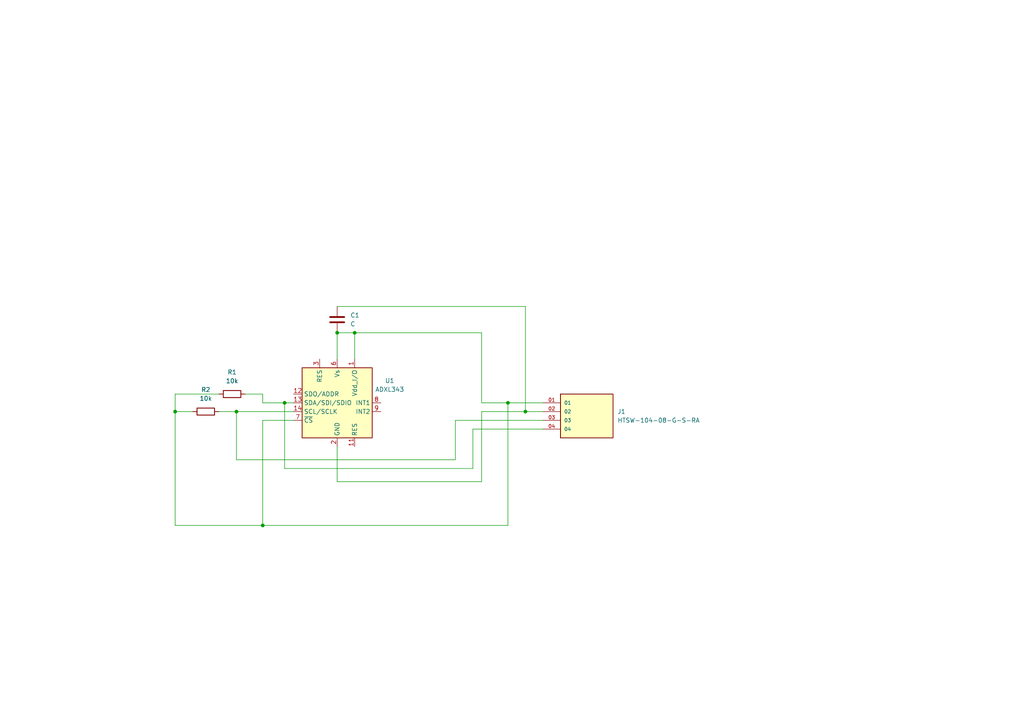
<source format=kicad_sch>
(kicad_sch
	(version 20250114)
	(generator "eeschema")
	(generator_version "9.0")
	(uuid "90987063-1437-4949-8a30-32318a8fce91")
	(paper "A4")
	(lib_symbols
		(symbol "Device:C"
			(pin_numbers
				(hide yes)
			)
			(pin_names
				(offset 0.254)
			)
			(exclude_from_sim no)
			(in_bom yes)
			(on_board yes)
			(property "Reference" "C"
				(at 0.635 2.54 0)
				(effects
					(font
						(size 1.27 1.27)
					)
					(justify left)
				)
			)
			(property "Value" "C"
				(at 0.635 -2.54 0)
				(effects
					(font
						(size 1.27 1.27)
					)
					(justify left)
				)
			)
			(property "Footprint" ""
				(at 0.9652 -3.81 0)
				(effects
					(font
						(size 1.27 1.27)
					)
					(hide yes)
				)
			)
			(property "Datasheet" "~"
				(at 0 0 0)
				(effects
					(font
						(size 1.27 1.27)
					)
					(hide yes)
				)
			)
			(property "Description" "Unpolarized capacitor"
				(at 0 0 0)
				(effects
					(font
						(size 1.27 1.27)
					)
					(hide yes)
				)
			)
			(property "ki_keywords" "cap capacitor"
				(at 0 0 0)
				(effects
					(font
						(size 1.27 1.27)
					)
					(hide yes)
				)
			)
			(property "ki_fp_filters" "C_*"
				(at 0 0 0)
				(effects
					(font
						(size 1.27 1.27)
					)
					(hide yes)
				)
			)
			(symbol "C_0_1"
				(polyline
					(pts
						(xy -2.032 0.762) (xy 2.032 0.762)
					)
					(stroke
						(width 0.508)
						(type default)
					)
					(fill
						(type none)
					)
				)
				(polyline
					(pts
						(xy -2.032 -0.762) (xy 2.032 -0.762)
					)
					(stroke
						(width 0.508)
						(type default)
					)
					(fill
						(type none)
					)
				)
			)
			(symbol "C_1_1"
				(pin passive line
					(at 0 3.81 270)
					(length 2.794)
					(name "~"
						(effects
							(font
								(size 1.27 1.27)
							)
						)
					)
					(number "1"
						(effects
							(font
								(size 1.27 1.27)
							)
						)
					)
				)
				(pin passive line
					(at 0 -3.81 90)
					(length 2.794)
					(name "~"
						(effects
							(font
								(size 1.27 1.27)
							)
						)
					)
					(number "2"
						(effects
							(font
								(size 1.27 1.27)
							)
						)
					)
				)
			)
			(embedded_fonts no)
		)
		(symbol "Device:R"
			(pin_numbers
				(hide yes)
			)
			(pin_names
				(offset 0)
			)
			(exclude_from_sim no)
			(in_bom yes)
			(on_board yes)
			(property "Reference" "R"
				(at 2.032 0 90)
				(effects
					(font
						(size 1.27 1.27)
					)
				)
			)
			(property "Value" "R"
				(at 0 0 90)
				(effects
					(font
						(size 1.27 1.27)
					)
				)
			)
			(property "Footprint" ""
				(at -1.778 0 90)
				(effects
					(font
						(size 1.27 1.27)
					)
					(hide yes)
				)
			)
			(property "Datasheet" "~"
				(at 0 0 0)
				(effects
					(font
						(size 1.27 1.27)
					)
					(hide yes)
				)
			)
			(property "Description" "Resistor"
				(at 0 0 0)
				(effects
					(font
						(size 1.27 1.27)
					)
					(hide yes)
				)
			)
			(property "ki_keywords" "R res resistor"
				(at 0 0 0)
				(effects
					(font
						(size 1.27 1.27)
					)
					(hide yes)
				)
			)
			(property "ki_fp_filters" "R_*"
				(at 0 0 0)
				(effects
					(font
						(size 1.27 1.27)
					)
					(hide yes)
				)
			)
			(symbol "R_0_1"
				(rectangle
					(start -1.016 -2.54)
					(end 1.016 2.54)
					(stroke
						(width 0.254)
						(type default)
					)
					(fill
						(type none)
					)
				)
			)
			(symbol "R_1_1"
				(pin passive line
					(at 0 3.81 270)
					(length 1.27)
					(name "~"
						(effects
							(font
								(size 1.27 1.27)
							)
						)
					)
					(number "1"
						(effects
							(font
								(size 1.27 1.27)
							)
						)
					)
				)
				(pin passive line
					(at 0 -3.81 90)
					(length 1.27)
					(name "~"
						(effects
							(font
								(size 1.27 1.27)
							)
						)
					)
					(number "2"
						(effects
							(font
								(size 1.27 1.27)
							)
						)
					)
				)
			)
			(embedded_fonts no)
		)
		(symbol "HTSW-104-08-G-S-RA:HTSW-104-08-G-S-RA"
			(pin_names
				(offset 1.016)
			)
			(exclude_from_sim no)
			(in_bom yes)
			(on_board yes)
			(property "Reference" "J"
				(at -8.12 7.62 0)
				(effects
					(font
						(size 1.27 1.27)
					)
					(justify left bottom)
				)
			)
			(property "Value" "HTSW-104-08-G-S-RA"
				(at -7.62 -7.62 0)
				(effects
					(font
						(size 1.27 1.27)
					)
					(justify left bottom)
				)
			)
			(property "Footprint" "HTSW-104-08-G-S-RA:SAMTEC_HTSW-104-08-G-S-RA"
				(at 0 0 0)
				(effects
					(font
						(size 1.27 1.27)
					)
					(justify bottom)
					(hide yes)
				)
			)
			(property "Datasheet" ""
				(at 0 0 0)
				(effects
					(font
						(size 1.27 1.27)
					)
					(hide yes)
				)
			)
			(property "Description" ""
				(at 0 0 0)
				(effects
					(font
						(size 1.27 1.27)
					)
					(hide yes)
				)
			)
			(property "PARTREV" "R"
				(at 0 0 0)
				(effects
					(font
						(size 1.27 1.27)
					)
					(justify bottom)
					(hide yes)
				)
			)
			(property "STANDARD" "Manufacturer Recommendations"
				(at 0 0 0)
				(effects
					(font
						(size 1.27 1.27)
					)
					(justify bottom)
					(hide yes)
				)
			)
			(property "MANUFACTURER" "Samtec"
				(at 0 0 0)
				(effects
					(font
						(size 1.27 1.27)
					)
					(justify bottom)
					(hide yes)
				)
			)
			(symbol "HTSW-104-08-G-S-RA_0_0"
				(rectangle
					(start -7.62 -5.08)
					(end 7.62 7.62)
					(stroke
						(width 0.254)
						(type default)
					)
					(fill
						(type background)
					)
				)
				(pin passive line
					(at -12.7 5.08 0)
					(length 5.08)
					(name "01"
						(effects
							(font
								(size 1.016 1.016)
							)
						)
					)
					(number "01"
						(effects
							(font
								(size 1.016 1.016)
							)
						)
					)
				)
				(pin passive line
					(at -12.7 2.54 0)
					(length 5.08)
					(name "02"
						(effects
							(font
								(size 1.016 1.016)
							)
						)
					)
					(number "02"
						(effects
							(font
								(size 1.016 1.016)
							)
						)
					)
				)
				(pin passive line
					(at -12.7 0 0)
					(length 5.08)
					(name "03"
						(effects
							(font
								(size 1.016 1.016)
							)
						)
					)
					(number "03"
						(effects
							(font
								(size 1.016 1.016)
							)
						)
					)
				)
				(pin passive line
					(at -12.7 -2.54 0)
					(length 5.08)
					(name "04"
						(effects
							(font
								(size 1.016 1.016)
							)
						)
					)
					(number "04"
						(effects
							(font
								(size 1.016 1.016)
							)
						)
					)
				)
			)
			(embedded_fonts no)
		)
		(symbol "Sensor_Motion:ADXL343"
			(exclude_from_sim no)
			(in_bom yes)
			(on_board yes)
			(property "Reference" "U"
				(at -8.89 11.43 0)
				(effects
					(font
						(size 1.27 1.27)
					)
				)
			)
			(property "Value" "ADXL343"
				(at -7.62 -11.43 0)
				(effects
					(font
						(size 1.27 1.27)
					)
				)
			)
			(property "Footprint" "Package_LGA:LGA-14_3x5mm_P0.8mm_LayoutBorder1x6y"
				(at 0 0 0)
				(effects
					(font
						(size 1.27 1.27)
					)
					(hide yes)
				)
			)
			(property "Datasheet" "https://www.analog.com/media/en/technical-documentation/data-sheets/ADXL343.pdf"
				(at 0 0 0)
				(effects
					(font
						(size 1.27 1.27)
					)
					(hide yes)
				)
			)
			(property "Description" "3-Axis MEMS Accelerometer, 2/4/8/16g range, I2C/SPI, LGA-14"
				(at 0 0 0)
				(effects
					(font
						(size 1.27 1.27)
					)
					(hide yes)
				)
			)
			(property "ki_keywords" "3-axis accelerometer i2c spi mems"
				(at 0 0 0)
				(effects
					(font
						(size 1.27 1.27)
					)
					(hide yes)
				)
			)
			(property "ki_fp_filters" "*LGA*3x5mm*P0.8mm*"
				(at 0 0 0)
				(effects
					(font
						(size 1.27 1.27)
					)
					(hide yes)
				)
			)
			(symbol "ADXL343_0_1"
				(rectangle
					(start -10.16 10.16)
					(end 10.16 -10.16)
					(stroke
						(width 0.254)
						(type default)
					)
					(fill
						(type background)
					)
				)
			)
			(symbol "ADXL343_1_1"
				(pin bidirectional line
					(at -12.7 2.54 0)
					(length 2.54)
					(name "SDO/ADDR"
						(effects
							(font
								(size 1.27 1.27)
							)
						)
					)
					(number "12"
						(effects
							(font
								(size 1.27 1.27)
							)
						)
					)
				)
				(pin bidirectional line
					(at -12.7 0 0)
					(length 2.54)
					(name "SDA/SDI/SDIO"
						(effects
							(font
								(size 1.27 1.27)
							)
						)
					)
					(number "13"
						(effects
							(font
								(size 1.27 1.27)
							)
						)
					)
				)
				(pin input line
					(at -12.7 -2.54 0)
					(length 2.54)
					(name "SCL/SCLK"
						(effects
							(font
								(size 1.27 1.27)
							)
						)
					)
					(number "14"
						(effects
							(font
								(size 1.27 1.27)
							)
						)
					)
				)
				(pin input line
					(at -12.7 -5.08 0)
					(length 2.54)
					(name "~{CS}"
						(effects
							(font
								(size 1.27 1.27)
							)
						)
					)
					(number "7"
						(effects
							(font
								(size 1.27 1.27)
							)
						)
					)
				)
				(pin passive line
					(at -5.08 12.7 270)
					(length 2.54)
					(name "RES"
						(effects
							(font
								(size 1.27 1.27)
							)
						)
					)
					(number "3"
						(effects
							(font
								(size 1.27 1.27)
							)
						)
					)
				)
				(pin no_connect line
					(at -5.08 -10.16 90)
					(length 2.54)
					(hide yes)
					(name "NC"
						(effects
							(font
								(size 1.27 1.27)
							)
						)
					)
					(number "10"
						(effects
							(font
								(size 1.27 1.27)
							)
						)
					)
				)
				(pin power_in line
					(at 0 12.7 270)
					(length 2.54)
					(name "Vs"
						(effects
							(font
								(size 1.27 1.27)
							)
						)
					)
					(number "6"
						(effects
							(font
								(size 1.27 1.27)
							)
						)
					)
				)
				(pin power_in line
					(at 0 -12.7 90)
					(length 2.54)
					(name "GND"
						(effects
							(font
								(size 1.27 1.27)
							)
						)
					)
					(number "2"
						(effects
							(font
								(size 1.27 1.27)
							)
						)
					)
				)
				(pin passive line
					(at 0 -12.7 90)
					(length 2.54)
					(hide yes)
					(name "GND"
						(effects
							(font
								(size 1.27 1.27)
							)
						)
					)
					(number "4"
						(effects
							(font
								(size 1.27 1.27)
							)
						)
					)
				)
				(pin passive line
					(at 0 -12.7 90)
					(length 2.54)
					(hide yes)
					(name "GND"
						(effects
							(font
								(size 1.27 1.27)
							)
						)
					)
					(number "5"
						(effects
							(font
								(size 1.27 1.27)
							)
						)
					)
				)
				(pin power_in line
					(at 5.08 12.7 270)
					(length 2.54)
					(name "Vdd_I/O"
						(effects
							(font
								(size 1.27 1.27)
							)
						)
					)
					(number "1"
						(effects
							(font
								(size 1.27 1.27)
							)
						)
					)
				)
				(pin passive line
					(at 5.08 -12.7 90)
					(length 2.54)
					(name "RES"
						(effects
							(font
								(size 1.27 1.27)
							)
						)
					)
					(number "11"
						(effects
							(font
								(size 1.27 1.27)
							)
						)
					)
				)
				(pin output line
					(at 12.7 0 180)
					(length 2.54)
					(name "INT1"
						(effects
							(font
								(size 1.27 1.27)
							)
						)
					)
					(number "8"
						(effects
							(font
								(size 1.27 1.27)
							)
						)
					)
				)
				(pin output line
					(at 12.7 -2.54 180)
					(length 2.54)
					(name "INT2"
						(effects
							(font
								(size 1.27 1.27)
							)
						)
					)
					(number "9"
						(effects
							(font
								(size 1.27 1.27)
							)
						)
					)
				)
			)
			(embedded_fonts no)
		)
	)
	(junction
		(at 82.55 116.84)
		(diameter 0)
		(color 0 0 0 0)
		(uuid "1b8edef8-a48a-49fc-ba75-77c86922d97d")
	)
	(junction
		(at 152.4 119.38)
		(diameter 0)
		(color 0 0 0 0)
		(uuid "1ee472ed-af0e-49f8-9d99-34c9fe3c9c79")
	)
	(junction
		(at 76.2 152.4)
		(diameter 0)
		(color 0 0 0 0)
		(uuid "3569d6af-ff2b-4d47-8a8e-265a0c91e4e2")
	)
	(junction
		(at 102.87 96.52)
		(diameter 0)
		(color 0 0 0 0)
		(uuid "4c2bb433-593e-4b2b-9ab2-280813470a2f")
	)
	(junction
		(at 68.58 119.38)
		(diameter 0)
		(color 0 0 0 0)
		(uuid "648f11d3-df38-41aa-b000-7ead8b145504")
	)
	(junction
		(at 97.79 96.52)
		(diameter 0)
		(color 0 0 0 0)
		(uuid "77ee1fad-dc92-4129-9252-f55777a6afcc")
	)
	(junction
		(at 50.8 119.38)
		(diameter 0)
		(color 0 0 0 0)
		(uuid "7aa28f2c-cca3-4994-a7e7-1633606c4c13")
	)
	(junction
		(at 147.32 116.84)
		(diameter 0)
		(color 0 0 0 0)
		(uuid "88f91f3b-0d2d-45ed-85bf-b48df71240d7")
	)
	(wire
		(pts
			(xy 76.2 114.3) (xy 71.12 114.3)
		)
		(stroke
			(width 0)
			(type default)
		)
		(uuid "02ba9dc4-a948-4c9e-853f-9fa4299b32fb")
	)
	(wire
		(pts
			(xy 76.2 152.4) (xy 147.32 152.4)
		)
		(stroke
			(width 0)
			(type default)
		)
		(uuid "053329d6-5844-47c7-a448-828f19b0f204")
	)
	(wire
		(pts
			(xy 82.55 116.84) (xy 76.2 116.84)
		)
		(stroke
			(width 0)
			(type default)
		)
		(uuid "0c954f77-96c3-4e28-83ef-454d7a21fd1d")
	)
	(wire
		(pts
			(xy 97.79 129.54) (xy 97.79 139.7)
		)
		(stroke
			(width 0)
			(type default)
		)
		(uuid "115cd13f-f328-42ba-965e-7d96407a621f")
	)
	(wire
		(pts
			(xy 157.48 119.38) (xy 152.4 119.38)
		)
		(stroke
			(width 0)
			(type default)
		)
		(uuid "13222e1d-a3d0-4bf7-93c5-e5bb496cd868")
	)
	(wire
		(pts
			(xy 50.8 119.38) (xy 50.8 114.3)
		)
		(stroke
			(width 0)
			(type default)
		)
		(uuid "1ac6b42e-e3c5-4fc3-a34d-afab4f290f7d")
	)
	(wire
		(pts
			(xy 85.09 121.92) (xy 76.2 121.92)
		)
		(stroke
			(width 0)
			(type default)
		)
		(uuid "1d4fa0b7-122c-474f-893e-1fb0fc8e774a")
	)
	(wire
		(pts
			(xy 68.58 119.38) (xy 85.09 119.38)
		)
		(stroke
			(width 0)
			(type default)
		)
		(uuid "2761b573-c6d6-4c45-a08b-a729a17c41a3")
	)
	(wire
		(pts
			(xy 50.8 152.4) (xy 50.8 119.38)
		)
		(stroke
			(width 0)
			(type default)
		)
		(uuid "2e3e97d2-ca85-4b8a-830c-c86f6c5bb54b")
	)
	(wire
		(pts
			(xy 97.79 88.9) (xy 152.4 88.9)
		)
		(stroke
			(width 0)
			(type default)
		)
		(uuid "3a4af7ac-5514-455b-ba62-b7f8dd5560f5")
	)
	(wire
		(pts
			(xy 82.55 116.84) (xy 82.55 135.89)
		)
		(stroke
			(width 0)
			(type default)
		)
		(uuid "432efb11-1673-4793-8bee-86122af0a111")
	)
	(wire
		(pts
			(xy 76.2 121.92) (xy 76.2 152.4)
		)
		(stroke
			(width 0)
			(type default)
		)
		(uuid "546cd4c8-a902-4b2f-ad23-033e189d70cf")
	)
	(wire
		(pts
			(xy 50.8 114.3) (xy 63.5 114.3)
		)
		(stroke
			(width 0)
			(type default)
		)
		(uuid "556f4573-1a4f-4ed1-ac67-cc092a0e97ad")
	)
	(wire
		(pts
			(xy 68.58 119.38) (xy 68.58 133.35)
		)
		(stroke
			(width 0)
			(type default)
		)
		(uuid "5a199aa0-0c18-4fc9-b6e9-b3b114435a09")
	)
	(wire
		(pts
			(xy 152.4 88.9) (xy 152.4 119.38)
		)
		(stroke
			(width 0)
			(type default)
		)
		(uuid "5d17a139-0cec-4740-9970-ca7ed7580b05")
	)
	(wire
		(pts
			(xy 50.8 119.38) (xy 55.88 119.38)
		)
		(stroke
			(width 0)
			(type default)
		)
		(uuid "5d2caab0-4c23-435c-a3fa-6442e22d9616")
	)
	(wire
		(pts
			(xy 97.79 96.52) (xy 97.79 104.14)
		)
		(stroke
			(width 0)
			(type default)
		)
		(uuid "5e73be2a-c2d3-4041-8973-e88f61b1997c")
	)
	(wire
		(pts
			(xy 147.32 116.84) (xy 139.7 116.84)
		)
		(stroke
			(width 0)
			(type default)
		)
		(uuid "7aa9cc9f-e6ad-4774-9d71-2b0cf41165f9")
	)
	(wire
		(pts
			(xy 137.16 124.46) (xy 157.48 124.46)
		)
		(stroke
			(width 0)
			(type default)
		)
		(uuid "7c250e60-cc12-4b43-91a7-24fc68059e51")
	)
	(wire
		(pts
			(xy 139.7 119.38) (xy 139.7 139.7)
		)
		(stroke
			(width 0)
			(type default)
		)
		(uuid "809f43a7-052d-4958-a727-2cdfcbcb8d8a")
	)
	(wire
		(pts
			(xy 82.55 135.89) (xy 137.16 135.89)
		)
		(stroke
			(width 0)
			(type default)
		)
		(uuid "84dfcef9-58b9-4ea3-a51a-6900d4f2bb13")
	)
	(wire
		(pts
			(xy 102.87 96.52) (xy 102.87 104.14)
		)
		(stroke
			(width 0)
			(type default)
		)
		(uuid "86a82ccb-92c0-47ea-bdd9-41e0e4fb9900")
	)
	(wire
		(pts
			(xy 157.48 116.84) (xy 147.32 116.84)
		)
		(stroke
			(width 0)
			(type default)
		)
		(uuid "87aaf5bb-fb9d-4c4b-8960-668c287c86c5")
	)
	(wire
		(pts
			(xy 139.7 116.84) (xy 139.7 96.52)
		)
		(stroke
			(width 0)
			(type default)
		)
		(uuid "897cfdfd-4f84-45aa-abbd-5e9ccda0db79")
	)
	(wire
		(pts
			(xy 152.4 119.38) (xy 139.7 119.38)
		)
		(stroke
			(width 0)
			(type default)
		)
		(uuid "8e09d7ac-11cd-4570-a57a-9a2956beb44a")
	)
	(wire
		(pts
			(xy 97.79 139.7) (xy 139.7 139.7)
		)
		(stroke
			(width 0)
			(type default)
		)
		(uuid "933d835a-288e-4c88-bd10-2655c734e057")
	)
	(wire
		(pts
			(xy 68.58 133.35) (xy 132.08 133.35)
		)
		(stroke
			(width 0)
			(type default)
		)
		(uuid "96b48eab-9196-48db-95b9-7d881752c596")
	)
	(wire
		(pts
			(xy 147.32 116.84) (xy 147.32 152.4)
		)
		(stroke
			(width 0)
			(type default)
		)
		(uuid "9869a998-e979-4ceb-82bc-7c7299eb8734")
	)
	(wire
		(pts
			(xy 76.2 152.4) (xy 50.8 152.4)
		)
		(stroke
			(width 0)
			(type default)
		)
		(uuid "ac84e08b-c338-4474-8dd5-b0dcf0321e2b")
	)
	(wire
		(pts
			(xy 137.16 135.89) (xy 137.16 124.46)
		)
		(stroke
			(width 0)
			(type default)
		)
		(uuid "bc79e5c1-5476-4ea6-b9e0-6ccc127bf83c")
	)
	(wire
		(pts
			(xy 139.7 96.52) (xy 102.87 96.52)
		)
		(stroke
			(width 0)
			(type default)
		)
		(uuid "bcdde9e1-e838-464e-96a9-28e404c91313")
	)
	(wire
		(pts
			(xy 63.5 119.38) (xy 68.58 119.38)
		)
		(stroke
			(width 0)
			(type default)
		)
		(uuid "c065740a-63aa-4603-aefb-0bfa78c25287")
	)
	(wire
		(pts
			(xy 97.79 96.52) (xy 102.87 96.52)
		)
		(stroke
			(width 0)
			(type default)
		)
		(uuid "cc8331e3-2dce-46be-9c86-b899ddfbf8a1")
	)
	(wire
		(pts
			(xy 132.08 133.35) (xy 132.08 121.92)
		)
		(stroke
			(width 0)
			(type default)
		)
		(uuid "d2ea24f8-a97a-43c7-8677-9e8391b474d9")
	)
	(wire
		(pts
			(xy 76.2 116.84) (xy 76.2 114.3)
		)
		(stroke
			(width 0)
			(type default)
		)
		(uuid "ea0cdcef-9a0e-4fa5-81f6-4dd3356e8b5e")
	)
	(wire
		(pts
			(xy 132.08 121.92) (xy 157.48 121.92)
		)
		(stroke
			(width 0)
			(type default)
		)
		(uuid "f48cc555-4198-47d1-8238-29a5943038a1")
	)
	(wire
		(pts
			(xy 85.09 116.84) (xy 82.55 116.84)
		)
		(stroke
			(width 0)
			(type default)
		)
		(uuid "feb7ed48-fed0-4893-9458-53736e23882c")
	)
	(symbol
		(lib_id "Device:R")
		(at 67.31 114.3 270)
		(unit 1)
		(exclude_from_sim no)
		(in_bom yes)
		(on_board yes)
		(dnp no)
		(fields_autoplaced yes)
		(uuid "0ea83dca-ad3b-4ce6-9a39-810cb2737353")
		(property "Reference" "R1"
			(at 67.31 107.95 90)
			(effects
				(font
					(size 1.27 1.27)
				)
			)
		)
		(property "Value" "10k"
			(at 67.31 110.49 90)
			(effects
				(font
					(size 1.27 1.27)
				)
			)
		)
		(property "Footprint" "Resistor_SMD:R_0201_0603Metric_Pad0.64x0.40mm_HandSolder"
			(at 67.31 112.522 90)
			(effects
				(font
					(size 1.27 1.27)
				)
				(hide yes)
			)
		)
		(property "Datasheet" "~"
			(at 67.31 114.3 0)
			(effects
				(font
					(size 1.27 1.27)
				)
				(hide yes)
			)
		)
		(property "Description" "Resistor"
			(at 67.31 114.3 0)
			(effects
				(font
					(size 1.27 1.27)
				)
				(hide yes)
			)
		)
		(pin "2"
			(uuid "cdd05cce-cf59-40a3-8717-805fedcbfcb2")
		)
		(pin "1"
			(uuid "855221c2-a0fa-432e-b5fe-aebc6607f059")
		)
		(instances
			(project ""
				(path "/90987063-1437-4949-8a30-32318a8fce91"
					(reference "R1")
					(unit 1)
				)
			)
		)
	)
	(symbol
		(lib_id "Device:R")
		(at 59.69 119.38 270)
		(unit 1)
		(exclude_from_sim no)
		(in_bom yes)
		(on_board yes)
		(dnp no)
		(fields_autoplaced yes)
		(uuid "1cf7ee6e-000d-4e6e-9f17-417332b8e637")
		(property "Reference" "R2"
			(at 59.69 113.03 90)
			(effects
				(font
					(size 1.27 1.27)
				)
			)
		)
		(property "Value" "10k"
			(at 59.69 115.57 90)
			(effects
				(font
					(size 1.27 1.27)
				)
			)
		)
		(property "Footprint" "Resistor_SMD:R_0201_0603Metric_Pad0.64x0.40mm_HandSolder"
			(at 59.69 117.602 90)
			(effects
				(font
					(size 1.27 1.27)
				)
				(hide yes)
			)
		)
		(property "Datasheet" "~"
			(at 59.69 119.38 0)
			(effects
				(font
					(size 1.27 1.27)
				)
				(hide yes)
			)
		)
		(property "Description" "Resistor"
			(at 59.69 119.38 0)
			(effects
				(font
					(size 1.27 1.27)
				)
				(hide yes)
			)
		)
		(pin "2"
			(uuid "7f9511a8-0d82-4f72-be08-aed082b1cfee")
		)
		(pin "1"
			(uuid "873336a4-0d4a-4c57-96b2-fc90ca86a8c7")
		)
		(instances
			(project "ADXL343_Accelerometer_Sensor_Board"
				(path "/90987063-1437-4949-8a30-32318a8fce91"
					(reference "R2")
					(unit 1)
				)
			)
		)
	)
	(symbol
		(lib_id "Sensor_Motion:ADXL343")
		(at 97.79 116.84 0)
		(unit 1)
		(exclude_from_sim no)
		(in_bom yes)
		(on_board yes)
		(dnp no)
		(fields_autoplaced yes)
		(uuid "2ad99735-c4a5-4e2b-b99b-71ac0f758134")
		(property "Reference" "U1"
			(at 113.03 110.4198 0)
			(effects
				(font
					(size 1.27 1.27)
				)
			)
		)
		(property "Value" "ADXL343"
			(at 113.03 112.9598 0)
			(effects
				(font
					(size 1.27 1.27)
				)
			)
		)
		(property "Footprint" "Package_LGA:LGA-14_3x5mm_P0.8mm_LayoutBorder1x6y"
			(at 97.79 116.84 0)
			(effects
				(font
					(size 1.27 1.27)
				)
				(hide yes)
			)
		)
		(property "Datasheet" "https://www.analog.com/media/en/technical-documentation/data-sheets/ADXL343.pdf"
			(at 97.79 116.84 0)
			(effects
				(font
					(size 1.27 1.27)
				)
				(hide yes)
			)
		)
		(property "Description" "3-Axis MEMS Accelerometer, 2/4/8/16g range, I2C/SPI, LGA-14"
			(at 97.79 116.84 0)
			(effects
				(font
					(size 1.27 1.27)
				)
				(hide yes)
			)
		)
		(pin "12"
			(uuid "3cb652e2-62e4-4a17-bed0-340a8e88b80c")
		)
		(pin "11"
			(uuid "c6b1ad18-0708-4e2d-902d-40be7ecf4544")
		)
		(pin "14"
			(uuid "5286ddfa-9ac4-4aca-b5ab-41295ce76111")
		)
		(pin "3"
			(uuid "51108ab6-fb90-4c0c-b215-9e106e67499f")
		)
		(pin "2"
			(uuid "8b664a1b-4512-48ad-bbbe-cf9376f358b1")
		)
		(pin "13"
			(uuid "9c3d4a4e-f544-4dd2-843e-7b8ef56cfff5")
		)
		(pin "4"
			(uuid "17b11ad7-ed05-4a10-bf26-3f4b66a4e017")
		)
		(pin "5"
			(uuid "4dfa63f7-21d6-4b8d-aa7b-7da8f0c1d0e6")
		)
		(pin "7"
			(uuid "06defd14-1db3-457c-a357-cfad8f9fff64")
		)
		(pin "6"
			(uuid "22cf0ba3-14a5-4d76-8b30-b326cd12cdc8")
		)
		(pin "1"
			(uuid "d731a7c2-ff5f-43ef-b5d5-ad06eeb610e4")
		)
		(pin "10"
			(uuid "d9934537-ccf1-427d-a9d5-d655aa8c923a")
		)
		(pin "9"
			(uuid "65ff9711-27ed-4380-8267-a1ee8410fa21")
		)
		(pin "8"
			(uuid "51d3aac7-fa94-4fd3-bd07-7e5c3f760fac")
		)
		(instances
			(project ""
				(path "/90987063-1437-4949-8a30-32318a8fce91"
					(reference "U1")
					(unit 1)
				)
			)
		)
	)
	(symbol
		(lib_id "Device:C")
		(at 97.79 92.71 0)
		(unit 1)
		(exclude_from_sim no)
		(in_bom yes)
		(on_board yes)
		(dnp no)
		(fields_autoplaced yes)
		(uuid "6d08280c-de5d-40f7-9efd-916bf61bdcd3")
		(property "Reference" "C1"
			(at 101.6 91.4399 0)
			(effects
				(font
					(size 1.27 1.27)
				)
				(justify left)
			)
		)
		(property "Value" "C"
			(at 101.6 93.9799 0)
			(effects
				(font
					(size 1.27 1.27)
				)
				(justify left)
			)
		)
		(property "Footprint" "Capacitor_SMD:C_0201_0603Metric_Pad0.64x0.40mm_HandSolder"
			(at 98.7552 96.52 0)
			(effects
				(font
					(size 1.27 1.27)
				)
				(hide yes)
			)
		)
		(property "Datasheet" "~"
			(at 97.79 92.71 0)
			(effects
				(font
					(size 1.27 1.27)
				)
				(hide yes)
			)
		)
		(property "Description" "Unpolarized capacitor"
			(at 97.79 92.71 0)
			(effects
				(font
					(size 1.27 1.27)
				)
				(hide yes)
			)
		)
		(pin "2"
			(uuid "e127ff2b-adf0-45c7-bcce-96725bd6b7d6")
		)
		(pin "1"
			(uuid "3e551c15-83bc-458c-af38-3320f47287f0")
		)
		(instances
			(project ""
				(path "/90987063-1437-4949-8a30-32318a8fce91"
					(reference "C1")
					(unit 1)
				)
			)
		)
	)
	(symbol
		(lib_id "HTSW-104-08-G-S-RA:HTSW-104-08-G-S-RA")
		(at 170.18 121.92 0)
		(unit 1)
		(exclude_from_sim no)
		(in_bom yes)
		(on_board yes)
		(dnp no)
		(fields_autoplaced yes)
		(uuid "e15d2ac1-390b-4171-ad64-40c078e0e1a5")
		(property "Reference" "J1"
			(at 179.07 119.3799 0)
			(effects
				(font
					(size 1.27 1.27)
				)
				(justify left)
			)
		)
		(property "Value" "HTSW-104-08-G-S-RA"
			(at 179.07 121.9199 0)
			(effects
				(font
					(size 1.27 1.27)
				)
				(justify left)
			)
		)
		(property "Footprint" "HTSW-104-08-G-S-RA:SAMTEC_HTSW-104-08-G-S-RA"
			(at 170.18 121.92 0)
			(effects
				(font
					(size 1.27 1.27)
				)
				(justify bottom)
				(hide yes)
			)
		)
		(property "Datasheet" ""
			(at 170.18 121.92 0)
			(effects
				(font
					(size 1.27 1.27)
				)
				(hide yes)
			)
		)
		(property "Description" ""
			(at 170.18 121.92 0)
			(effects
				(font
					(size 1.27 1.27)
				)
				(hide yes)
			)
		)
		(property "PARTREV" "R"
			(at 170.18 121.92 0)
			(effects
				(font
					(size 1.27 1.27)
				)
				(justify bottom)
				(hide yes)
			)
		)
		(property "STANDARD" "Manufacturer Recommendations"
			(at 170.18 121.92 0)
			(effects
				(font
					(size 1.27 1.27)
				)
				(justify bottom)
				(hide yes)
			)
		)
		(property "MANUFACTURER" "Samtec"
			(at 170.18 121.92 0)
			(effects
				(font
					(size 1.27 1.27)
				)
				(justify bottom)
				(hide yes)
			)
		)
		(pin "04"
			(uuid "ce726325-fd86-479c-933b-60c92d7063eb")
		)
		(pin "03"
			(uuid "3d348b1c-4e68-47f0-b27b-0278964f01f4")
		)
		(pin "02"
			(uuid "7c592d37-1c92-4fe5-a3ae-febe64a13b78")
		)
		(pin "01"
			(uuid "2ed88885-2c92-499b-983f-73cec55dac0a")
		)
		(instances
			(project ""
				(path "/90987063-1437-4949-8a30-32318a8fce91"
					(reference "J1")
					(unit 1)
				)
			)
		)
	)
	(sheet_instances
		(path "/"
			(page "1")
		)
	)
	(embedded_fonts no)
)

</source>
